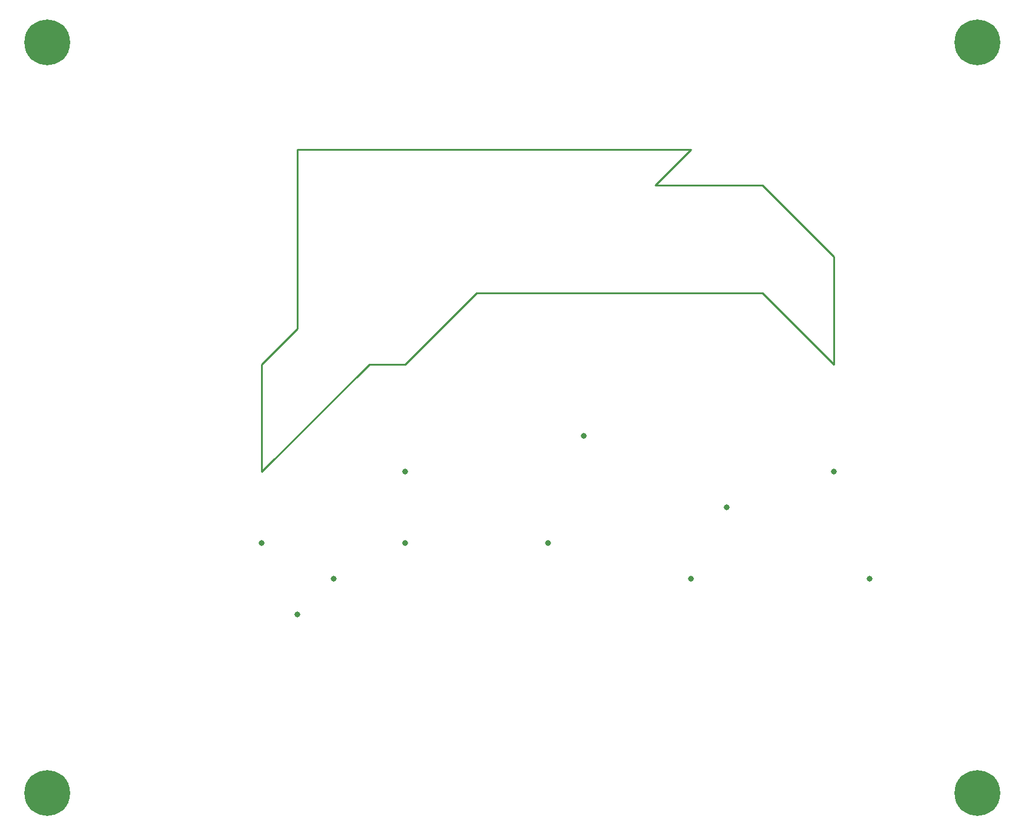
<source format=gbr>
%TF.GenerationSoftware,KiCad,Pcbnew,5.1.10-88a1d61d58~90~ubuntu20.04.1*%
%TF.CreationDate,2021-11-01T14:17:02+00:00*%
%TF.ProjectId,UFOMothership,55464f4d-6f74-4686-9572-736869702e6b,rev?*%
%TF.SameCoordinates,Original*%
%TF.FileFunction,Copper,L1,Top*%
%TF.FilePolarity,Positive*%
%FSLAX46Y46*%
G04 Gerber Fmt 4.6, Leading zero omitted, Abs format (unit mm)*
G04 Created by KiCad (PCBNEW 5.1.10-88a1d61d58~90~ubuntu20.04.1) date 2021-11-01 14:17:02*
%MOMM*%
%LPD*%
G01*
G04 APERTURE LIST*
%TA.AperFunction,ComponentPad*%
%ADD10C,6.400000*%
%TD*%
%TA.AperFunction,ComponentPad*%
%ADD11C,0.800000*%
%TD*%
%TA.AperFunction,ViaPad*%
%ADD12C,0.800000*%
%TD*%
%TA.AperFunction,Conductor*%
%ADD13C,0.250000*%
%TD*%
G04 APERTURE END LIST*
D10*
%TO.P,REF\u002A\u002A,1*%
%TO.N,N/C*%
X205000000Y-40000000D03*
D11*
X207400000Y-40000000D03*
X206697056Y-41697056D03*
X205000000Y-42400000D03*
X203302944Y-41697056D03*
X202600000Y-40000000D03*
X203302944Y-38302944D03*
X205000000Y-37600000D03*
X206697056Y-38302944D03*
%TD*%
D10*
%TO.P,REF\u002A\u002A,1*%
%TO.N,N/C*%
X75000000Y-40000000D03*
D11*
X77400000Y-40000000D03*
X76697056Y-41697056D03*
X75000000Y-42400000D03*
X73302944Y-41697056D03*
X72600000Y-40000000D03*
X73302944Y-38302944D03*
X75000000Y-37600000D03*
X76697056Y-38302944D03*
%TD*%
D10*
%TO.P,REF\u002A\u002A,1*%
%TO.N,N/C*%
X75000000Y-145000000D03*
D11*
X77400000Y-145000000D03*
X76697056Y-146697056D03*
X75000000Y-147400000D03*
X73302944Y-146697056D03*
X72600000Y-145000000D03*
X73302944Y-143302944D03*
X75000000Y-142600000D03*
X76697056Y-143302944D03*
%TD*%
%TO.P,REF\u002A\u002A,1*%
%TO.N,N/C*%
X206697056Y-143302944D03*
X205000000Y-142600000D03*
X203302944Y-143302944D03*
X202600000Y-145000000D03*
X203302944Y-146697056D03*
X205000000Y-147400000D03*
X206697056Y-146697056D03*
X207400000Y-145000000D03*
D10*
X205000000Y-145000000D03*
%TD*%
D12*
%TO.N,*%
X145000000Y-110000000D03*
X185000000Y-100000000D03*
X150000000Y-95000000D03*
X105000000Y-110000000D03*
X125000000Y-100000000D03*
X125000000Y-110000000D03*
X115000000Y-115000000D03*
X110000000Y-120000000D03*
X190000000Y-115000000D03*
X170000000Y-105000000D03*
X165000000Y-115000000D03*
X165000000Y-115000000D03*
%TD*%
D13*
%TO.N,*%
X110000000Y-55000000D02*
X165000000Y-55000000D01*
X165000000Y-55000000D02*
X160000000Y-60000000D01*
X160000000Y-60000000D02*
X175000000Y-60000000D01*
X175000000Y-60000000D02*
X185000000Y-70000000D01*
X185000000Y-70000000D02*
X185000000Y-85000000D01*
X185000000Y-85000000D02*
X175000000Y-75000000D01*
X175000000Y-75000000D02*
X135000000Y-75000000D01*
X135000000Y-75000000D02*
X125000000Y-85000000D01*
X125000000Y-85000000D02*
X120000000Y-85000000D01*
X120000000Y-85000000D02*
X105000000Y-100000000D01*
X105000000Y-100000000D02*
X105000000Y-85000000D01*
X105000000Y-85000000D02*
X110000000Y-80000000D01*
X110000000Y-80000000D02*
X110000000Y-55000000D01*
%TD*%
M02*

</source>
